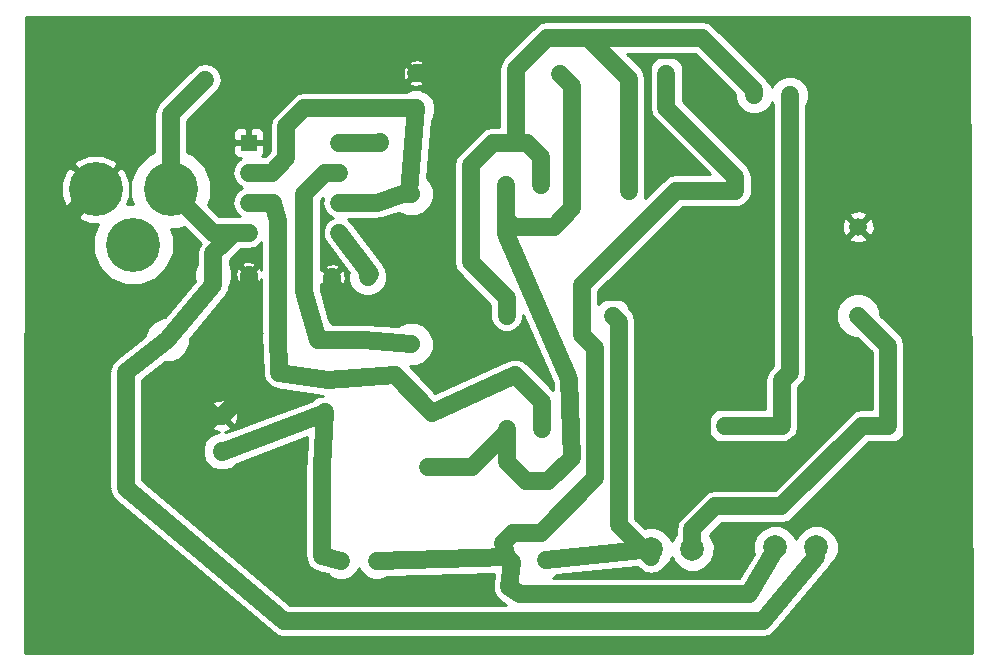
<source format=gbl>
G04 (created by PCBNEW (2013-08-24 BZR 4298)-stable) date Sun 08 Sep 2013 12:24:06 PM PDT*
%MOIN*%
G04 Gerber Fmt 3.4, Leading zero omitted, Abs format*
%FSLAX34Y34*%
G01*
G70*
G90*
G04 APERTURE LIST*
%ADD10C,0.005906*%
%ADD11C,0.078740*%
%ADD12R,0.055000X0.055000*%
%ADD13C,0.055000*%
%ADD14C,0.060000*%
%ADD15C,0.180000*%
%ADD16R,0.039370X0.039370*%
%ADD17C,0.039370*%
%ADD18C,0.059055*%
%ADD19C,0.059055*%
%ADD20C,0.010000*%
G04 APERTURE END LIST*
G54D10*
G54D11*
X53137Y-54912D03*
X51759Y-54912D03*
X55895Y-54846D03*
X57273Y-54846D03*
G54D12*
X38350Y-41350D03*
G54D13*
X38350Y-42350D03*
X38350Y-43350D03*
X38350Y-44350D03*
X41350Y-44350D03*
X41350Y-43350D03*
X41350Y-42350D03*
X41350Y-41350D03*
G54D14*
X43766Y-48072D03*
X43766Y-43062D03*
X35638Y-47924D03*
X40648Y-47924D03*
G54D15*
X35750Y-42900D03*
X33250Y-42900D03*
X34500Y-44750D03*
G54D16*
X59661Y-50785D03*
G54D17*
X56118Y-50785D03*
G54D16*
X54236Y-50785D03*
G54D17*
X50693Y-50785D03*
G54D16*
X50491Y-47120D03*
G54D17*
X46948Y-47120D03*
G54D16*
X51028Y-42950D03*
G54D17*
X54571Y-42950D03*
G54D16*
X52271Y-39050D03*
G54D17*
X48728Y-39050D03*
G54D16*
X44326Y-52170D03*
G54D17*
X40783Y-52170D03*
G54D16*
X40908Y-50358D03*
G54D17*
X44451Y-50358D03*
G54D18*
X58660Y-47116D03*
X58660Y-44163D03*
X56380Y-39760D03*
X55199Y-39760D03*
X48242Y-55264D03*
X47061Y-55264D03*
X48090Y-42750D03*
X46909Y-42750D03*
X42610Y-55286D03*
X41429Y-55286D03*
X46959Y-50900D03*
X48140Y-50900D03*
X37450Y-51640D03*
X37450Y-50459D03*
G54D17*
X43934Y-40212D03*
X43934Y-39031D03*
X37167Y-45752D03*
X38348Y-45752D03*
X42310Y-45830D03*
X41129Y-45830D03*
X32450Y-53768D03*
X38760Y-53640D03*
X36900Y-39250D03*
X42720Y-41340D03*
G54D19*
X54571Y-42950D02*
X52596Y-42950D01*
X46809Y-54690D02*
X46961Y-55164D01*
X47145Y-54355D02*
X46809Y-54690D01*
X48090Y-54355D02*
X47145Y-54355D01*
X49905Y-52539D02*
X48090Y-54355D01*
X49905Y-48211D02*
X49905Y-52539D01*
X49456Y-47762D02*
X49905Y-48211D01*
X49456Y-46090D02*
X49456Y-47762D01*
X52596Y-42950D02*
X49456Y-46090D01*
X46961Y-55164D02*
X47061Y-55264D01*
X52271Y-39050D02*
X52271Y-40193D01*
X54571Y-42493D02*
X54571Y-42950D01*
X52271Y-40193D02*
X54571Y-42493D01*
X55895Y-54846D02*
X55895Y-54919D01*
X47122Y-55324D02*
X47061Y-55264D01*
X47025Y-56170D02*
X47122Y-55324D01*
X47397Y-56400D02*
X47025Y-56170D01*
X55009Y-56400D02*
X47397Y-56400D01*
X55895Y-54919D02*
X55009Y-56400D01*
X42610Y-55286D02*
X46961Y-55164D01*
X46961Y-55164D02*
X47061Y-55264D01*
X50693Y-50785D02*
X50693Y-47321D01*
X50693Y-47321D02*
X50491Y-47120D01*
X51759Y-54912D02*
X51761Y-55181D01*
X50693Y-54113D02*
X50693Y-50785D01*
X51761Y-55181D02*
X50693Y-54113D01*
X48242Y-55264D02*
X51759Y-54912D01*
X53137Y-54912D02*
X53139Y-54241D01*
X58800Y-50785D02*
X59661Y-50785D01*
X56105Y-53480D02*
X58800Y-50785D01*
X53900Y-53480D02*
X56105Y-53480D01*
X53139Y-54241D02*
X53900Y-53480D01*
X59661Y-50785D02*
X59661Y-48118D01*
X59661Y-48118D02*
X58660Y-47116D01*
X32450Y-53768D02*
X32450Y-43700D01*
X32450Y-43700D02*
X33250Y-42900D01*
X37450Y-50459D02*
X36570Y-50459D01*
X32428Y-53746D02*
X32010Y-53746D01*
X32450Y-53768D02*
X32428Y-53746D01*
X36840Y-53640D02*
X38760Y-53640D01*
X35865Y-52665D02*
X36840Y-53640D01*
X35865Y-51165D02*
X35865Y-52665D01*
X36570Y-50459D02*
X35865Y-51165D01*
X43934Y-39031D02*
X44361Y-39031D01*
X41129Y-46321D02*
X41129Y-45830D01*
X41646Y-46838D02*
X41129Y-46321D01*
X43428Y-46838D02*
X41646Y-46838D01*
X44957Y-45308D02*
X43428Y-46838D01*
X44957Y-39627D02*
X44957Y-45308D01*
X44361Y-39031D02*
X44957Y-39627D01*
X38348Y-45752D02*
X38348Y-49560D01*
X38348Y-49560D02*
X37450Y-50459D01*
X41350Y-44350D02*
X42400Y-45740D01*
X42400Y-45740D02*
X42310Y-45830D01*
X46909Y-42750D02*
X46909Y-43915D01*
X49140Y-39461D02*
X48728Y-39050D01*
X49140Y-43540D02*
X49140Y-39461D01*
X48510Y-44170D02*
X49140Y-43540D01*
X47163Y-44170D02*
X48510Y-44170D01*
X46909Y-43915D02*
X47163Y-44170D01*
X46959Y-50900D02*
X46959Y-52014D01*
X46909Y-44409D02*
X46909Y-42750D01*
X49022Y-49245D02*
X46909Y-44409D01*
X49110Y-51855D02*
X49022Y-49245D01*
X48330Y-52635D02*
X49110Y-51855D01*
X47580Y-52635D02*
X48330Y-52635D01*
X46959Y-52014D02*
X47580Y-52635D01*
X46959Y-50900D02*
X46959Y-51006D01*
X45796Y-52170D02*
X44326Y-52170D01*
X46959Y-51006D02*
X45796Y-52170D01*
X41350Y-42350D02*
X40900Y-42350D01*
X40200Y-46348D02*
X40648Y-47924D01*
X40200Y-43050D02*
X40200Y-46348D01*
X40900Y-42350D02*
X40200Y-43050D01*
X40648Y-47924D02*
X42196Y-47938D01*
X42196Y-47938D02*
X43744Y-48050D01*
X43744Y-48050D02*
X43766Y-48072D01*
X56118Y-50785D02*
X56118Y-49281D01*
X56380Y-49019D02*
X56380Y-39760D01*
X56118Y-49281D02*
X56380Y-49019D01*
X54236Y-50785D02*
X56118Y-50785D01*
X40783Y-52170D02*
X40908Y-50340D01*
X40908Y-50340D02*
X40908Y-50358D01*
X41429Y-55286D02*
X41420Y-55286D01*
X40783Y-55133D02*
X40783Y-52170D01*
X41420Y-55286D02*
X40783Y-55133D01*
X40908Y-50358D02*
X37459Y-51650D01*
X37459Y-51650D02*
X37450Y-51640D01*
X55199Y-39760D02*
X55199Y-39599D01*
X53450Y-37850D02*
X49650Y-37850D01*
X55199Y-39599D02*
X53450Y-37850D01*
X51028Y-42950D02*
X51028Y-39228D01*
X47250Y-38900D02*
X47250Y-41370D01*
X48300Y-37850D02*
X47250Y-38900D01*
X49650Y-37850D02*
X48300Y-37850D01*
X51028Y-39228D02*
X49650Y-37850D01*
X48090Y-42750D02*
X48090Y-41825D01*
X46948Y-46528D02*
X46948Y-47120D01*
X45745Y-45325D02*
X46948Y-46528D01*
X45745Y-42105D02*
X45745Y-45325D01*
X46480Y-41370D02*
X45745Y-42105D01*
X47635Y-41370D02*
X47250Y-41370D01*
X47250Y-41370D02*
X46480Y-41370D01*
X48090Y-41825D02*
X47635Y-41370D01*
X43766Y-43062D02*
X43503Y-43062D01*
X42615Y-43350D02*
X41350Y-43350D01*
X43503Y-43062D02*
X42615Y-43350D01*
X43934Y-40212D02*
X43692Y-42988D01*
X43692Y-42988D02*
X43766Y-43062D01*
X38350Y-42350D02*
X39115Y-42350D01*
X40202Y-40212D02*
X43934Y-40212D01*
X39600Y-40815D02*
X40202Y-40212D01*
X39600Y-41865D02*
X39600Y-40815D01*
X39115Y-42350D02*
X39600Y-41865D01*
X44451Y-50358D02*
X47225Y-49095D01*
X48140Y-50010D02*
X48140Y-50900D01*
X47225Y-49095D02*
X48140Y-50010D01*
X38350Y-43350D02*
X39148Y-43350D01*
X43221Y-49095D02*
X44451Y-50358D01*
X40986Y-49280D02*
X43221Y-49095D01*
X39358Y-49016D02*
X40986Y-49280D01*
X39320Y-47692D02*
X39358Y-49016D01*
X39320Y-43952D02*
X39320Y-47692D01*
X39148Y-43350D02*
X39320Y-43952D01*
X57273Y-54846D02*
X57273Y-55155D01*
X34250Y-49008D02*
X35638Y-47924D01*
X34250Y-52850D02*
X34250Y-49008D01*
X39535Y-57295D02*
X34250Y-52850D01*
X55485Y-57295D02*
X39535Y-57295D01*
X57273Y-55155D02*
X55485Y-57295D01*
X41350Y-41350D02*
X42710Y-41350D01*
X35750Y-40400D02*
X35750Y-42900D01*
X36900Y-39250D02*
X35750Y-40400D01*
X42710Y-41350D02*
X42720Y-41340D01*
X37167Y-45752D02*
X37167Y-46090D01*
X37167Y-46090D02*
X35638Y-47924D01*
X37167Y-45752D02*
X37167Y-45046D01*
X37167Y-45046D02*
X37864Y-44350D01*
X35750Y-42900D02*
X35750Y-42950D01*
X37150Y-44350D02*
X37864Y-44350D01*
X37864Y-44350D02*
X38350Y-44350D01*
X35750Y-42950D02*
X37150Y-44350D01*
G54D10*
G36*
X46925Y-56749D02*
X39733Y-56749D01*
X34795Y-52596D01*
X34795Y-49274D01*
X35571Y-48667D01*
X35785Y-48667D01*
X36058Y-48554D01*
X36268Y-48345D01*
X36381Y-48072D01*
X36381Y-47883D01*
X37586Y-46439D01*
X37625Y-46367D01*
X37671Y-46299D01*
X37676Y-46274D01*
X37687Y-46253D01*
X37696Y-46171D01*
X37707Y-46118D01*
X37710Y-46115D01*
X37807Y-45879D01*
X37808Y-45625D01*
X37712Y-45394D01*
X37712Y-45272D01*
X38089Y-44895D01*
X38350Y-44895D01*
X38451Y-44875D01*
X38453Y-44875D01*
X38456Y-44874D01*
X38558Y-44853D01*
X38644Y-44796D01*
X38647Y-44795D01*
X38648Y-44793D01*
X38735Y-44735D01*
X38774Y-44676D01*
X38774Y-45599D01*
X38744Y-45526D01*
X38659Y-45511D01*
X38588Y-45582D01*
X38588Y-45440D01*
X38574Y-45356D01*
X38405Y-45299D01*
X38228Y-45312D01*
X38122Y-45356D01*
X38108Y-45440D01*
X38348Y-45681D01*
X38588Y-45440D01*
X38588Y-45582D01*
X38419Y-45752D01*
X38659Y-45992D01*
X38744Y-45977D01*
X38774Y-45886D01*
X38774Y-47692D01*
X38776Y-47699D01*
X38774Y-47707D01*
X38812Y-49031D01*
X38825Y-49085D01*
X38827Y-49141D01*
X38848Y-49188D01*
X38860Y-49239D01*
X38892Y-49284D01*
X38915Y-49334D01*
X38953Y-49370D01*
X38983Y-49412D01*
X39030Y-49442D01*
X39071Y-49479D01*
X39119Y-49497D01*
X39163Y-49525D01*
X39218Y-49534D01*
X39270Y-49554D01*
X40839Y-49808D01*
X40821Y-49812D01*
X40794Y-49815D01*
X40642Y-49815D01*
X40515Y-49868D01*
X40429Y-49955D01*
X38588Y-50644D01*
X38588Y-46063D01*
X38348Y-45822D01*
X38277Y-45893D01*
X38277Y-45752D01*
X38037Y-45511D01*
X37952Y-45526D01*
X37896Y-45694D01*
X37909Y-45872D01*
X37952Y-45977D01*
X38037Y-45992D01*
X38277Y-45752D01*
X38277Y-45893D01*
X38108Y-46063D01*
X38122Y-46147D01*
X38291Y-46204D01*
X38468Y-46191D01*
X38574Y-46147D01*
X38588Y-46063D01*
X38588Y-50644D01*
X38000Y-50865D01*
X38000Y-50540D01*
X37989Y-50323D01*
X37927Y-50174D01*
X37832Y-50147D01*
X37761Y-50218D01*
X37761Y-50076D01*
X37735Y-49982D01*
X37530Y-49909D01*
X37313Y-49920D01*
X37164Y-49982D01*
X37138Y-50076D01*
X37450Y-50388D01*
X37761Y-50076D01*
X37761Y-50218D01*
X37520Y-50459D01*
X37832Y-50771D01*
X37927Y-50744D01*
X38000Y-50540D01*
X38000Y-50865D01*
X37607Y-51012D01*
X37577Y-51000D01*
X37555Y-51000D01*
X37586Y-50998D01*
X37735Y-50936D01*
X37761Y-50841D01*
X37450Y-50530D01*
X37379Y-50600D01*
X37379Y-50459D01*
X37067Y-50147D01*
X36972Y-50174D01*
X36899Y-50378D01*
X36910Y-50595D01*
X36972Y-50744D01*
X37067Y-50771D01*
X37379Y-50459D01*
X37379Y-50600D01*
X37138Y-50841D01*
X37164Y-50936D01*
X37342Y-50999D01*
X37323Y-50999D01*
X37087Y-51097D01*
X36907Y-51277D01*
X36809Y-51512D01*
X36809Y-51767D01*
X36906Y-52002D01*
X37086Y-52183D01*
X37322Y-52280D01*
X37576Y-52281D01*
X37812Y-52183D01*
X37946Y-52049D01*
X40305Y-51166D01*
X40244Y-52053D01*
X40241Y-52061D01*
X40241Y-52104D01*
X40239Y-52132D01*
X40241Y-52147D01*
X40241Y-52154D01*
X40238Y-52170D01*
X40238Y-55133D01*
X40246Y-55175D01*
X40244Y-55218D01*
X40267Y-55279D01*
X40279Y-55342D01*
X40303Y-55377D01*
X40318Y-55418D01*
X40362Y-55465D01*
X40397Y-55518D01*
X40433Y-55542D01*
X40462Y-55574D01*
X40521Y-55601D01*
X40574Y-55637D01*
X40617Y-55645D01*
X40656Y-55663D01*
X40978Y-55740D01*
X41066Y-55828D01*
X41301Y-55926D01*
X41556Y-55926D01*
X41791Y-55829D01*
X41972Y-55649D01*
X42019Y-55534D01*
X42067Y-55648D01*
X42247Y-55828D01*
X42482Y-55926D01*
X42737Y-55926D01*
X42972Y-55829D01*
X42981Y-55821D01*
X46527Y-55721D01*
X46483Y-56108D01*
X46490Y-56201D01*
X46494Y-56295D01*
X46499Y-56307D01*
X46500Y-56320D01*
X46543Y-56403D01*
X46582Y-56489D01*
X46592Y-56498D01*
X46598Y-56509D01*
X46669Y-56570D01*
X46738Y-56634D01*
X46925Y-56749D01*
X46925Y-56749D01*
G37*
G54D20*
X46925Y-56749D02*
X39733Y-56749D01*
X34795Y-52596D01*
X34795Y-49274D01*
X35571Y-48667D01*
X35785Y-48667D01*
X36058Y-48554D01*
X36268Y-48345D01*
X36381Y-48072D01*
X36381Y-47883D01*
X37586Y-46439D01*
X37625Y-46367D01*
X37671Y-46299D01*
X37676Y-46274D01*
X37687Y-46253D01*
X37696Y-46171D01*
X37707Y-46118D01*
X37710Y-46115D01*
X37807Y-45879D01*
X37808Y-45625D01*
X37712Y-45394D01*
X37712Y-45272D01*
X38089Y-44895D01*
X38350Y-44895D01*
X38451Y-44875D01*
X38453Y-44875D01*
X38456Y-44874D01*
X38558Y-44853D01*
X38644Y-44796D01*
X38647Y-44795D01*
X38648Y-44793D01*
X38735Y-44735D01*
X38774Y-44676D01*
X38774Y-45599D01*
X38744Y-45526D01*
X38659Y-45511D01*
X38588Y-45582D01*
X38588Y-45440D01*
X38574Y-45356D01*
X38405Y-45299D01*
X38228Y-45312D01*
X38122Y-45356D01*
X38108Y-45440D01*
X38348Y-45681D01*
X38588Y-45440D01*
X38588Y-45582D01*
X38419Y-45752D01*
X38659Y-45992D01*
X38744Y-45977D01*
X38774Y-45886D01*
X38774Y-47692D01*
X38776Y-47699D01*
X38774Y-47707D01*
X38812Y-49031D01*
X38825Y-49085D01*
X38827Y-49141D01*
X38848Y-49188D01*
X38860Y-49239D01*
X38892Y-49284D01*
X38915Y-49334D01*
X38953Y-49370D01*
X38983Y-49412D01*
X39030Y-49442D01*
X39071Y-49479D01*
X39119Y-49497D01*
X39163Y-49525D01*
X39218Y-49534D01*
X39270Y-49554D01*
X40839Y-49808D01*
X40821Y-49812D01*
X40794Y-49815D01*
X40642Y-49815D01*
X40515Y-49868D01*
X40429Y-49955D01*
X38588Y-50644D01*
X38588Y-46063D01*
X38348Y-45822D01*
X38277Y-45893D01*
X38277Y-45752D01*
X38037Y-45511D01*
X37952Y-45526D01*
X37896Y-45694D01*
X37909Y-45872D01*
X37952Y-45977D01*
X38037Y-45992D01*
X38277Y-45752D01*
X38277Y-45893D01*
X38108Y-46063D01*
X38122Y-46147D01*
X38291Y-46204D01*
X38468Y-46191D01*
X38574Y-46147D01*
X38588Y-46063D01*
X38588Y-50644D01*
X38000Y-50865D01*
X38000Y-50540D01*
X37989Y-50323D01*
X37927Y-50174D01*
X37832Y-50147D01*
X37761Y-50218D01*
X37761Y-50076D01*
X37735Y-49982D01*
X37530Y-49909D01*
X37313Y-49920D01*
X37164Y-49982D01*
X37138Y-50076D01*
X37450Y-50388D01*
X37761Y-50076D01*
X37761Y-50218D01*
X37520Y-50459D01*
X37832Y-50771D01*
X37927Y-50744D01*
X38000Y-50540D01*
X38000Y-50865D01*
X37607Y-51012D01*
X37577Y-51000D01*
X37555Y-51000D01*
X37586Y-50998D01*
X37735Y-50936D01*
X37761Y-50841D01*
X37450Y-50530D01*
X37379Y-50600D01*
X37379Y-50459D01*
X37067Y-50147D01*
X36972Y-50174D01*
X36899Y-50378D01*
X36910Y-50595D01*
X36972Y-50744D01*
X37067Y-50771D01*
X37379Y-50459D01*
X37379Y-50600D01*
X37138Y-50841D01*
X37164Y-50936D01*
X37342Y-50999D01*
X37323Y-50999D01*
X37087Y-51097D01*
X36907Y-51277D01*
X36809Y-51512D01*
X36809Y-51767D01*
X36906Y-52002D01*
X37086Y-52183D01*
X37322Y-52280D01*
X37576Y-52281D01*
X37812Y-52183D01*
X37946Y-52049D01*
X40305Y-51166D01*
X40244Y-52053D01*
X40241Y-52061D01*
X40241Y-52104D01*
X40239Y-52132D01*
X40241Y-52147D01*
X40241Y-52154D01*
X40238Y-52170D01*
X40238Y-55133D01*
X40246Y-55175D01*
X40244Y-55218D01*
X40267Y-55279D01*
X40279Y-55342D01*
X40303Y-55377D01*
X40318Y-55418D01*
X40362Y-55465D01*
X40397Y-55518D01*
X40433Y-55542D01*
X40462Y-55574D01*
X40521Y-55601D01*
X40574Y-55637D01*
X40617Y-55645D01*
X40656Y-55663D01*
X40978Y-55740D01*
X41066Y-55828D01*
X41301Y-55926D01*
X41556Y-55926D01*
X41791Y-55829D01*
X41972Y-55649D01*
X42019Y-55534D01*
X42067Y-55648D01*
X42247Y-55828D01*
X42482Y-55926D01*
X42737Y-55926D01*
X42972Y-55829D01*
X42981Y-55821D01*
X46527Y-55721D01*
X46483Y-56108D01*
X46490Y-56201D01*
X46494Y-56295D01*
X46499Y-56307D01*
X46500Y-56320D01*
X46543Y-56403D01*
X46582Y-56489D01*
X46592Y-56498D01*
X46598Y-56509D01*
X46669Y-56570D01*
X46738Y-56634D01*
X46925Y-56749D01*
G54D10*
G36*
X62449Y-58350D02*
X60206Y-58350D01*
X60206Y-50785D01*
X60206Y-48118D01*
X60165Y-47909D01*
X60165Y-47909D01*
X60047Y-47732D01*
X59399Y-47084D01*
X59399Y-46970D01*
X59286Y-46698D01*
X59210Y-46621D01*
X59210Y-44244D01*
X59199Y-44027D01*
X59137Y-43878D01*
X59042Y-43851D01*
X58971Y-43922D01*
X58971Y-43781D01*
X58945Y-43686D01*
X58740Y-43613D01*
X58523Y-43624D01*
X58374Y-43686D01*
X58348Y-43781D01*
X58660Y-44092D01*
X58971Y-43781D01*
X58971Y-43922D01*
X58730Y-44163D01*
X59042Y-44475D01*
X59137Y-44448D01*
X59210Y-44244D01*
X59210Y-46621D01*
X59079Y-46490D01*
X58971Y-46445D01*
X58971Y-44546D01*
X58660Y-44234D01*
X58589Y-44305D01*
X58589Y-44163D01*
X58277Y-43851D01*
X58182Y-43878D01*
X58109Y-44082D01*
X58120Y-44299D01*
X58182Y-44448D01*
X58277Y-44475D01*
X58589Y-44163D01*
X58589Y-44305D01*
X58348Y-44546D01*
X58374Y-44640D01*
X58579Y-44713D01*
X58796Y-44702D01*
X58945Y-44640D01*
X58971Y-44546D01*
X58971Y-46445D01*
X58807Y-46377D01*
X58513Y-46377D01*
X58241Y-46489D01*
X58033Y-46697D01*
X57921Y-46968D01*
X57920Y-47262D01*
X58033Y-47534D01*
X58240Y-47742D01*
X58512Y-47855D01*
X58627Y-47855D01*
X59116Y-48343D01*
X59116Y-50239D01*
X58800Y-50239D01*
X58591Y-50281D01*
X58414Y-50399D01*
X55879Y-52934D01*
X53900Y-52934D01*
X53691Y-52976D01*
X53514Y-53094D01*
X52753Y-53855D01*
X52694Y-53943D01*
X52635Y-54030D01*
X52635Y-54031D01*
X52635Y-54032D01*
X52614Y-54135D01*
X52593Y-54239D01*
X52593Y-54410D01*
X52510Y-54492D01*
X52447Y-54644D01*
X52385Y-54493D01*
X52178Y-54285D01*
X51906Y-54173D01*
X51612Y-54172D01*
X51549Y-54198D01*
X51238Y-53887D01*
X51238Y-50785D01*
X51238Y-47321D01*
X51197Y-47113D01*
X51197Y-47113D01*
X51078Y-46936D01*
X51033Y-46890D01*
X51033Y-46854D01*
X50981Y-46727D01*
X50884Y-46630D01*
X50757Y-46577D01*
X50619Y-46577D01*
X50507Y-46577D01*
X50491Y-46574D01*
X50475Y-46577D01*
X50226Y-46577D01*
X50099Y-46630D01*
X50002Y-46727D01*
X50001Y-46729D01*
X50001Y-46315D01*
X52821Y-43495D01*
X54571Y-43495D01*
X54587Y-43492D01*
X54679Y-43492D01*
X54764Y-43456D01*
X54780Y-43453D01*
X54793Y-43444D01*
X54878Y-43409D01*
X54943Y-43344D01*
X54957Y-43335D01*
X54966Y-43322D01*
X55030Y-43257D01*
X55066Y-43172D01*
X55075Y-43158D01*
X55078Y-43142D01*
X55113Y-43058D01*
X55113Y-42965D01*
X55116Y-42950D01*
X55116Y-42493D01*
X55075Y-42284D01*
X55075Y-42284D01*
X54957Y-42108D01*
X52816Y-39967D01*
X52816Y-39050D01*
X52813Y-39034D01*
X52813Y-38784D01*
X52761Y-38657D01*
X52664Y-38560D01*
X52537Y-38507D01*
X52399Y-38507D01*
X52287Y-38507D01*
X52271Y-38504D01*
X52255Y-38507D01*
X52006Y-38507D01*
X51879Y-38560D01*
X51782Y-38657D01*
X51729Y-38784D01*
X51729Y-38921D01*
X51729Y-39034D01*
X51726Y-39050D01*
X51726Y-40193D01*
X51767Y-40402D01*
X51886Y-40579D01*
X53711Y-42404D01*
X52596Y-42404D01*
X52387Y-42446D01*
X52210Y-42564D01*
X51570Y-43204D01*
X51570Y-43078D01*
X51570Y-42965D01*
X51573Y-42950D01*
X51573Y-39228D01*
X51532Y-39019D01*
X51532Y-39019D01*
X51413Y-38842D01*
X50966Y-38395D01*
X53224Y-38395D01*
X54558Y-39730D01*
X54558Y-39886D01*
X54656Y-40122D01*
X54836Y-40302D01*
X55071Y-40400D01*
X55326Y-40400D01*
X55561Y-40303D01*
X55742Y-40123D01*
X55789Y-40008D01*
X55835Y-40117D01*
X55835Y-48793D01*
X55732Y-48896D01*
X55614Y-49072D01*
X55573Y-49281D01*
X55573Y-50239D01*
X54236Y-50239D01*
X54220Y-50242D01*
X53971Y-50242D01*
X53844Y-50295D01*
X53747Y-50392D01*
X53694Y-50519D01*
X53694Y-50656D01*
X53694Y-50769D01*
X53691Y-50785D01*
X53694Y-50800D01*
X53694Y-51050D01*
X53747Y-51177D01*
X53844Y-51274D01*
X53971Y-51327D01*
X54108Y-51327D01*
X54220Y-51327D01*
X54236Y-51330D01*
X56118Y-51330D01*
X56134Y-51327D01*
X56225Y-51327D01*
X56311Y-51291D01*
X56327Y-51288D01*
X56340Y-51279D01*
X56425Y-51244D01*
X56490Y-51179D01*
X56503Y-51170D01*
X56512Y-51157D01*
X56577Y-51092D01*
X56613Y-51007D01*
X56622Y-50993D01*
X56625Y-50977D01*
X56660Y-50893D01*
X56660Y-50800D01*
X56663Y-50785D01*
X56663Y-49507D01*
X56766Y-49405D01*
X56884Y-49228D01*
X56884Y-49228D01*
X56925Y-49019D01*
X56925Y-40117D01*
X57020Y-39887D01*
X57021Y-39633D01*
X56923Y-39397D01*
X56743Y-39217D01*
X56508Y-39119D01*
X56253Y-39119D01*
X56018Y-39216D01*
X55837Y-39396D01*
X55790Y-39511D01*
X55742Y-39397D01*
X55636Y-39291D01*
X55636Y-39291D01*
X55585Y-39213D01*
X53835Y-37464D01*
X53658Y-37346D01*
X53450Y-37304D01*
X49650Y-37304D01*
X48300Y-37304D01*
X48091Y-37346D01*
X47914Y-37464D01*
X46864Y-38514D01*
X46746Y-38691D01*
X46704Y-38900D01*
X46704Y-40824D01*
X46480Y-40824D01*
X46271Y-40866D01*
X46094Y-40984D01*
X45359Y-41719D01*
X45241Y-41896D01*
X45199Y-42105D01*
X45199Y-45325D01*
X45241Y-45533D01*
X45359Y-45710D01*
X46403Y-46754D01*
X46403Y-47120D01*
X46406Y-47135D01*
X46406Y-47227D01*
X46441Y-47312D01*
X46444Y-47328D01*
X46453Y-47342D01*
X46488Y-47426D01*
X46553Y-47492D01*
X46562Y-47505D01*
X46576Y-47514D01*
X46640Y-47579D01*
X46726Y-47614D01*
X46739Y-47623D01*
X46755Y-47626D01*
X46840Y-47662D01*
X46932Y-47662D01*
X46948Y-47665D01*
X46964Y-47662D01*
X47055Y-47662D01*
X47141Y-47626D01*
X47157Y-47623D01*
X47170Y-47614D01*
X47255Y-47579D01*
X47320Y-47514D01*
X47333Y-47505D01*
X47342Y-47492D01*
X47407Y-47427D01*
X47443Y-47342D01*
X47452Y-47328D01*
X47455Y-47312D01*
X47490Y-47228D01*
X47490Y-47135D01*
X47493Y-47120D01*
X47493Y-47108D01*
X48481Y-49368D01*
X48488Y-49587D01*
X47610Y-48709D01*
X47602Y-48704D01*
X47596Y-48696D01*
X47514Y-48645D01*
X47433Y-48591D01*
X47424Y-48589D01*
X47416Y-48584D01*
X47320Y-48568D01*
X47225Y-48549D01*
X47215Y-48551D01*
X47206Y-48550D01*
X47111Y-48572D01*
X47016Y-48591D01*
X47008Y-48596D01*
X46999Y-48598D01*
X44574Y-49702D01*
X43710Y-48815D01*
X43913Y-48815D01*
X44186Y-48702D01*
X44396Y-48493D01*
X44509Y-48220D01*
X44509Y-47924D01*
X44396Y-47651D01*
X44187Y-47441D01*
X43914Y-47328D01*
X43618Y-47328D01*
X43345Y-47441D01*
X43314Y-47472D01*
X42235Y-47394D01*
X42218Y-47396D01*
X42200Y-47392D01*
X41581Y-47387D01*
X41581Y-45887D01*
X41568Y-45709D01*
X41525Y-45604D01*
X41440Y-45589D01*
X41369Y-45660D01*
X41369Y-45518D01*
X41355Y-45434D01*
X41186Y-45377D01*
X41009Y-45390D01*
X40903Y-45434D01*
X40889Y-45518D01*
X41129Y-45759D01*
X41369Y-45518D01*
X41369Y-45660D01*
X41200Y-45830D01*
X41440Y-46070D01*
X41525Y-46055D01*
X41581Y-45887D01*
X41581Y-47387D01*
X41369Y-47385D01*
X41369Y-46141D01*
X41129Y-45900D01*
X40889Y-46141D01*
X40903Y-46225D01*
X41072Y-46282D01*
X41249Y-46269D01*
X41355Y-46225D01*
X41369Y-46141D01*
X41369Y-47385D01*
X41159Y-47383D01*
X41069Y-47293D01*
X41031Y-47277D01*
X40745Y-46272D01*
X40745Y-46057D01*
X40818Y-46070D01*
X41058Y-45830D01*
X40818Y-45589D01*
X40745Y-45602D01*
X40745Y-43275D01*
X40837Y-43183D01*
X40826Y-43242D01*
X40825Y-43245D01*
X40825Y-43247D01*
X40804Y-43350D01*
X40824Y-43451D01*
X40824Y-43453D01*
X40825Y-43456D01*
X40846Y-43558D01*
X40903Y-43644D01*
X40904Y-43647D01*
X40906Y-43648D01*
X40964Y-43735D01*
X41050Y-43793D01*
X41052Y-43794D01*
X41054Y-43795D01*
X41141Y-43853D01*
X41145Y-43854D01*
X41021Y-43914D01*
X40879Y-44073D01*
X40809Y-44274D01*
X40822Y-44487D01*
X40914Y-44678D01*
X41676Y-45687D01*
X41670Y-45702D01*
X41669Y-45956D01*
X41767Y-46192D01*
X41947Y-46372D01*
X42182Y-46470D01*
X42437Y-46470D01*
X42672Y-46373D01*
X42853Y-46193D01*
X42950Y-45957D01*
X42951Y-45703D01*
X42930Y-45653D01*
X42927Y-45603D01*
X42911Y-45569D01*
X42903Y-45531D01*
X42865Y-45474D01*
X42835Y-45411D01*
X41785Y-44021D01*
X41643Y-43895D01*
X42615Y-43895D01*
X42698Y-43878D01*
X42783Y-43868D01*
X43340Y-43688D01*
X43344Y-43692D01*
X43617Y-43805D01*
X43913Y-43805D01*
X44186Y-43692D01*
X44396Y-43483D01*
X44509Y-43210D01*
X44509Y-42914D01*
X44396Y-42641D01*
X44279Y-42524D01*
X44447Y-40605D01*
X44476Y-40575D01*
X44574Y-40340D01*
X44574Y-40085D01*
X44477Y-39850D01*
X44386Y-39758D01*
X44386Y-39088D01*
X44373Y-38911D01*
X44329Y-38805D01*
X44245Y-38791D01*
X44174Y-38861D01*
X44174Y-38720D01*
X44159Y-38635D01*
X43991Y-38579D01*
X43813Y-38591D01*
X43708Y-38635D01*
X43693Y-38720D01*
X43934Y-38960D01*
X44174Y-38720D01*
X44174Y-38861D01*
X44004Y-39031D01*
X44245Y-39271D01*
X44329Y-39257D01*
X44386Y-39088D01*
X44386Y-39758D01*
X44297Y-39669D01*
X44174Y-39618D01*
X44174Y-39342D01*
X43934Y-39102D01*
X43863Y-39172D01*
X43863Y-39031D01*
X43622Y-38791D01*
X43538Y-38805D01*
X43481Y-38974D01*
X43494Y-39151D01*
X43538Y-39257D01*
X43622Y-39271D01*
X43863Y-39031D01*
X43863Y-39172D01*
X43693Y-39342D01*
X43708Y-39427D01*
X43876Y-39483D01*
X44054Y-39470D01*
X44159Y-39427D01*
X44174Y-39342D01*
X44174Y-39618D01*
X44061Y-39572D01*
X43807Y-39571D01*
X43576Y-39667D01*
X40202Y-39667D01*
X39993Y-39708D01*
X39816Y-39826D01*
X39214Y-40429D01*
X39096Y-40606D01*
X39054Y-40815D01*
X39054Y-41639D01*
X38889Y-41804D01*
X38798Y-41804D01*
X38836Y-41766D01*
X38875Y-41674D01*
X38875Y-41462D01*
X38875Y-41237D01*
X38875Y-41025D01*
X38836Y-40933D01*
X38766Y-40863D01*
X38674Y-40825D01*
X38575Y-40825D01*
X38462Y-40825D01*
X38400Y-40887D01*
X38400Y-41300D01*
X38812Y-41300D01*
X38875Y-41237D01*
X38875Y-41462D01*
X38812Y-41400D01*
X38400Y-41400D01*
X38400Y-41407D01*
X38300Y-41407D01*
X38300Y-41400D01*
X38300Y-41300D01*
X38300Y-40887D01*
X38237Y-40825D01*
X38124Y-40825D01*
X38025Y-40825D01*
X37933Y-40863D01*
X37863Y-40933D01*
X37825Y-41025D01*
X37825Y-41237D01*
X37887Y-41300D01*
X38300Y-41300D01*
X38300Y-41400D01*
X37887Y-41400D01*
X37825Y-41462D01*
X37825Y-41674D01*
X37863Y-41766D01*
X37933Y-41836D01*
X38025Y-41875D01*
X38098Y-41875D01*
X38055Y-41903D01*
X38053Y-41904D01*
X38051Y-41906D01*
X37964Y-41964D01*
X37906Y-42050D01*
X37905Y-42052D01*
X37904Y-42054D01*
X37846Y-42141D01*
X37826Y-42242D01*
X37825Y-42245D01*
X37825Y-42247D01*
X37804Y-42350D01*
X37824Y-42451D01*
X37824Y-42453D01*
X37825Y-42456D01*
X37846Y-42558D01*
X37903Y-42644D01*
X37904Y-42647D01*
X37906Y-42648D01*
X37964Y-42735D01*
X38050Y-42793D01*
X38052Y-42794D01*
X38054Y-42795D01*
X38135Y-42850D01*
X38055Y-42903D01*
X38053Y-42904D01*
X38051Y-42906D01*
X37964Y-42964D01*
X37906Y-43050D01*
X37905Y-43052D01*
X37904Y-43054D01*
X37846Y-43141D01*
X37826Y-43242D01*
X37825Y-43245D01*
X37825Y-43247D01*
X37804Y-43350D01*
X37824Y-43451D01*
X37824Y-43453D01*
X37825Y-43456D01*
X37846Y-43558D01*
X37903Y-43644D01*
X37904Y-43647D01*
X37906Y-43648D01*
X37964Y-43735D01*
X38050Y-43793D01*
X38052Y-43794D01*
X38054Y-43795D01*
X38067Y-43804D01*
X37864Y-43804D01*
X37375Y-43804D01*
X36989Y-43418D01*
X37093Y-43168D01*
X37093Y-42633D01*
X36889Y-42139D01*
X36512Y-41761D01*
X36295Y-41671D01*
X36295Y-40625D01*
X37285Y-39635D01*
X37403Y-39458D01*
X37445Y-39250D01*
X37403Y-39041D01*
X37285Y-38864D01*
X37108Y-38746D01*
X36900Y-38704D01*
X36691Y-38746D01*
X36514Y-38864D01*
X35364Y-40014D01*
X35246Y-40191D01*
X35204Y-40400D01*
X35204Y-41671D01*
X34989Y-41760D01*
X34611Y-42137D01*
X34406Y-42631D01*
X34406Y-43166D01*
X34505Y-43406D01*
X34285Y-43406D01*
X34400Y-43124D01*
X34399Y-42667D01*
X34227Y-42251D01*
X34069Y-42151D01*
X33998Y-42221D01*
X33998Y-42080D01*
X33898Y-41922D01*
X33474Y-41749D01*
X33017Y-41750D01*
X32601Y-41922D01*
X32501Y-42080D01*
X33250Y-42829D01*
X33998Y-42080D01*
X33998Y-42221D01*
X33320Y-42900D01*
X33326Y-42905D01*
X33255Y-42976D01*
X33250Y-42970D01*
X33179Y-43041D01*
X33179Y-42900D01*
X32430Y-42151D01*
X32272Y-42251D01*
X32099Y-42675D01*
X32100Y-43132D01*
X32272Y-43548D01*
X32430Y-43648D01*
X33179Y-42900D01*
X33179Y-43041D01*
X32501Y-43719D01*
X32601Y-43877D01*
X33025Y-44050D01*
X33335Y-44049D01*
X33156Y-44481D01*
X33156Y-45016D01*
X33360Y-45510D01*
X33737Y-45888D01*
X34231Y-46093D01*
X34766Y-46093D01*
X35260Y-45889D01*
X35638Y-45512D01*
X35843Y-45018D01*
X35843Y-44483D01*
X35744Y-44243D01*
X36016Y-44243D01*
X36197Y-44168D01*
X36745Y-44716D01*
X36663Y-44837D01*
X36622Y-45046D01*
X36622Y-45394D01*
X36527Y-45624D01*
X36526Y-45878D01*
X36562Y-45964D01*
X35548Y-47180D01*
X35490Y-47180D01*
X35217Y-47293D01*
X35007Y-47502D01*
X34894Y-47775D01*
X34894Y-47812D01*
X33914Y-48578D01*
X33892Y-48603D01*
X33864Y-48622D01*
X33823Y-48683D01*
X33775Y-48739D01*
X33764Y-48771D01*
X33746Y-48799D01*
X33731Y-48871D01*
X33708Y-48941D01*
X33711Y-48974D01*
X33704Y-49008D01*
X33704Y-52850D01*
X33709Y-52873D01*
X33706Y-52896D01*
X33729Y-52976D01*
X33746Y-53058D01*
X33759Y-53078D01*
X33766Y-53101D01*
X33818Y-53166D01*
X33864Y-53235D01*
X33884Y-53248D01*
X33899Y-53267D01*
X39184Y-57712D01*
X39257Y-57752D01*
X39326Y-57798D01*
X39349Y-57803D01*
X39370Y-57814D01*
X39453Y-57824D01*
X39535Y-57840D01*
X55485Y-57840D01*
X55509Y-57835D01*
X55533Y-57838D01*
X55612Y-57814D01*
X55693Y-57798D01*
X55714Y-57785D01*
X55737Y-57778D01*
X55802Y-57726D01*
X55870Y-57680D01*
X55884Y-57660D01*
X55903Y-57644D01*
X57691Y-55504D01*
X57730Y-55433D01*
X57899Y-55265D01*
X58011Y-54993D01*
X58012Y-54699D01*
X57899Y-54427D01*
X57692Y-54219D01*
X57420Y-54107D01*
X57126Y-54106D01*
X56854Y-54219D01*
X56646Y-54426D01*
X56583Y-54578D01*
X56521Y-54427D01*
X56314Y-54219D01*
X56042Y-54107D01*
X55748Y-54106D01*
X55476Y-54219D01*
X55268Y-54426D01*
X55156Y-54698D01*
X55155Y-54992D01*
X55180Y-55051D01*
X54699Y-55854D01*
X48490Y-55854D01*
X48604Y-55807D01*
X48640Y-55772D01*
X51307Y-55505D01*
X51339Y-55538D01*
X51352Y-55543D01*
X51375Y-55566D01*
X51377Y-55567D01*
X51378Y-55569D01*
X51465Y-55626D01*
X51552Y-55684D01*
X51554Y-55685D01*
X51556Y-55686D01*
X51658Y-55705D01*
X51761Y-55726D01*
X51763Y-55725D01*
X51765Y-55726D01*
X51867Y-55705D01*
X51969Y-55684D01*
X51971Y-55683D01*
X51973Y-55683D01*
X52059Y-55624D01*
X52146Y-55566D01*
X52147Y-55564D01*
X52149Y-55563D01*
X52161Y-55545D01*
X52177Y-55538D01*
X52385Y-55331D01*
X52448Y-55179D01*
X52510Y-55330D01*
X52717Y-55538D01*
X52989Y-55650D01*
X53283Y-55651D01*
X53555Y-55538D01*
X53763Y-55331D01*
X53875Y-55059D01*
X53876Y-54765D01*
X53763Y-54493D01*
X53710Y-54440D01*
X54125Y-54025D01*
X56105Y-54025D01*
X56313Y-53983D01*
X56313Y-53983D01*
X56490Y-53865D01*
X59025Y-51330D01*
X59661Y-51330D01*
X59677Y-51327D01*
X59927Y-51327D01*
X60054Y-51274D01*
X60151Y-51177D01*
X60203Y-51050D01*
X60203Y-50913D01*
X60203Y-50800D01*
X60206Y-50785D01*
X60206Y-58350D01*
X30900Y-58350D01*
X30929Y-37170D01*
X62350Y-37170D01*
X62449Y-58350D01*
X62449Y-58350D01*
G37*
G54D20*
X62449Y-58350D02*
X60206Y-58350D01*
X60206Y-50785D01*
X60206Y-48118D01*
X60165Y-47909D01*
X60165Y-47909D01*
X60047Y-47732D01*
X59399Y-47084D01*
X59399Y-46970D01*
X59286Y-46698D01*
X59210Y-46621D01*
X59210Y-44244D01*
X59199Y-44027D01*
X59137Y-43878D01*
X59042Y-43851D01*
X58971Y-43922D01*
X58971Y-43781D01*
X58945Y-43686D01*
X58740Y-43613D01*
X58523Y-43624D01*
X58374Y-43686D01*
X58348Y-43781D01*
X58660Y-44092D01*
X58971Y-43781D01*
X58971Y-43922D01*
X58730Y-44163D01*
X59042Y-44475D01*
X59137Y-44448D01*
X59210Y-44244D01*
X59210Y-46621D01*
X59079Y-46490D01*
X58971Y-46445D01*
X58971Y-44546D01*
X58660Y-44234D01*
X58589Y-44305D01*
X58589Y-44163D01*
X58277Y-43851D01*
X58182Y-43878D01*
X58109Y-44082D01*
X58120Y-44299D01*
X58182Y-44448D01*
X58277Y-44475D01*
X58589Y-44163D01*
X58589Y-44305D01*
X58348Y-44546D01*
X58374Y-44640D01*
X58579Y-44713D01*
X58796Y-44702D01*
X58945Y-44640D01*
X58971Y-44546D01*
X58971Y-46445D01*
X58807Y-46377D01*
X58513Y-46377D01*
X58241Y-46489D01*
X58033Y-46697D01*
X57921Y-46968D01*
X57920Y-47262D01*
X58033Y-47534D01*
X58240Y-47742D01*
X58512Y-47855D01*
X58627Y-47855D01*
X59116Y-48343D01*
X59116Y-50239D01*
X58800Y-50239D01*
X58591Y-50281D01*
X58414Y-50399D01*
X55879Y-52934D01*
X53900Y-52934D01*
X53691Y-52976D01*
X53514Y-53094D01*
X52753Y-53855D01*
X52694Y-53943D01*
X52635Y-54030D01*
X52635Y-54031D01*
X52635Y-54032D01*
X52614Y-54135D01*
X52593Y-54239D01*
X52593Y-54410D01*
X52510Y-54492D01*
X52447Y-54644D01*
X52385Y-54493D01*
X52178Y-54285D01*
X51906Y-54173D01*
X51612Y-54172D01*
X51549Y-54198D01*
X51238Y-53887D01*
X51238Y-50785D01*
X51238Y-47321D01*
X51197Y-47113D01*
X51197Y-47113D01*
X51078Y-46936D01*
X51033Y-46890D01*
X51033Y-46854D01*
X50981Y-46727D01*
X50884Y-46630D01*
X50757Y-46577D01*
X50619Y-46577D01*
X50507Y-46577D01*
X50491Y-46574D01*
X50475Y-46577D01*
X50226Y-46577D01*
X50099Y-46630D01*
X50002Y-46727D01*
X50001Y-46729D01*
X50001Y-46315D01*
X52821Y-43495D01*
X54571Y-43495D01*
X54587Y-43492D01*
X54679Y-43492D01*
X54764Y-43456D01*
X54780Y-43453D01*
X54793Y-43444D01*
X54878Y-43409D01*
X54943Y-43344D01*
X54957Y-43335D01*
X54966Y-43322D01*
X55030Y-43257D01*
X55066Y-43172D01*
X55075Y-43158D01*
X55078Y-43142D01*
X55113Y-43058D01*
X55113Y-42965D01*
X55116Y-42950D01*
X55116Y-42493D01*
X55075Y-42284D01*
X55075Y-42284D01*
X54957Y-42108D01*
X52816Y-39967D01*
X52816Y-39050D01*
X52813Y-39034D01*
X52813Y-38784D01*
X52761Y-38657D01*
X52664Y-38560D01*
X52537Y-38507D01*
X52399Y-38507D01*
X52287Y-38507D01*
X52271Y-38504D01*
X52255Y-38507D01*
X52006Y-38507D01*
X51879Y-38560D01*
X51782Y-38657D01*
X51729Y-38784D01*
X51729Y-38921D01*
X51729Y-39034D01*
X51726Y-39050D01*
X51726Y-40193D01*
X51767Y-40402D01*
X51886Y-40579D01*
X53711Y-42404D01*
X52596Y-42404D01*
X52387Y-42446D01*
X52210Y-42564D01*
X51570Y-43204D01*
X51570Y-43078D01*
X51570Y-42965D01*
X51573Y-42950D01*
X51573Y-39228D01*
X51532Y-39019D01*
X51532Y-39019D01*
X51413Y-38842D01*
X50966Y-38395D01*
X53224Y-38395D01*
X54558Y-39730D01*
X54558Y-39886D01*
X54656Y-40122D01*
X54836Y-40302D01*
X55071Y-40400D01*
X55326Y-40400D01*
X55561Y-40303D01*
X55742Y-40123D01*
X55789Y-40008D01*
X55835Y-40117D01*
X55835Y-48793D01*
X55732Y-48896D01*
X55614Y-49072D01*
X55573Y-49281D01*
X55573Y-50239D01*
X54236Y-50239D01*
X54220Y-50242D01*
X53971Y-50242D01*
X53844Y-50295D01*
X53747Y-50392D01*
X53694Y-50519D01*
X53694Y-50656D01*
X53694Y-50769D01*
X53691Y-50785D01*
X53694Y-50800D01*
X53694Y-51050D01*
X53747Y-51177D01*
X53844Y-51274D01*
X53971Y-51327D01*
X54108Y-51327D01*
X54220Y-51327D01*
X54236Y-51330D01*
X56118Y-51330D01*
X56134Y-51327D01*
X56225Y-51327D01*
X56311Y-51291D01*
X56327Y-51288D01*
X56340Y-51279D01*
X56425Y-51244D01*
X56490Y-51179D01*
X56503Y-51170D01*
X56512Y-51157D01*
X56577Y-51092D01*
X56613Y-51007D01*
X56622Y-50993D01*
X56625Y-50977D01*
X56660Y-50893D01*
X56660Y-50800D01*
X56663Y-50785D01*
X56663Y-49507D01*
X56766Y-49405D01*
X56884Y-49228D01*
X56884Y-49228D01*
X56925Y-49019D01*
X56925Y-40117D01*
X57020Y-39887D01*
X57021Y-39633D01*
X56923Y-39397D01*
X56743Y-39217D01*
X56508Y-39119D01*
X56253Y-39119D01*
X56018Y-39216D01*
X55837Y-39396D01*
X55790Y-39511D01*
X55742Y-39397D01*
X55636Y-39291D01*
X55636Y-39291D01*
X55585Y-39213D01*
X53835Y-37464D01*
X53658Y-37346D01*
X53450Y-37304D01*
X49650Y-37304D01*
X48300Y-37304D01*
X48091Y-37346D01*
X47914Y-37464D01*
X46864Y-38514D01*
X46746Y-38691D01*
X46704Y-38900D01*
X46704Y-40824D01*
X46480Y-40824D01*
X46271Y-40866D01*
X46094Y-40984D01*
X45359Y-41719D01*
X45241Y-41896D01*
X45199Y-42105D01*
X45199Y-45325D01*
X45241Y-45533D01*
X45359Y-45710D01*
X46403Y-46754D01*
X46403Y-47120D01*
X46406Y-47135D01*
X46406Y-47227D01*
X46441Y-47312D01*
X46444Y-47328D01*
X46453Y-47342D01*
X46488Y-47426D01*
X46553Y-47492D01*
X46562Y-47505D01*
X46576Y-47514D01*
X46640Y-47579D01*
X46726Y-47614D01*
X46739Y-47623D01*
X46755Y-47626D01*
X46840Y-47662D01*
X46932Y-47662D01*
X46948Y-47665D01*
X46964Y-47662D01*
X47055Y-47662D01*
X47141Y-47626D01*
X47157Y-47623D01*
X47170Y-47614D01*
X47255Y-47579D01*
X47320Y-47514D01*
X47333Y-47505D01*
X47342Y-47492D01*
X47407Y-47427D01*
X47443Y-47342D01*
X47452Y-47328D01*
X47455Y-47312D01*
X47490Y-47228D01*
X47490Y-47135D01*
X47493Y-47120D01*
X47493Y-47108D01*
X48481Y-49368D01*
X48488Y-49587D01*
X47610Y-48709D01*
X47602Y-48704D01*
X47596Y-48696D01*
X47514Y-48645D01*
X47433Y-48591D01*
X47424Y-48589D01*
X47416Y-48584D01*
X47320Y-48568D01*
X47225Y-48549D01*
X47215Y-48551D01*
X47206Y-48550D01*
X47111Y-48572D01*
X47016Y-48591D01*
X47008Y-48596D01*
X46999Y-48598D01*
X44574Y-49702D01*
X43710Y-48815D01*
X43913Y-48815D01*
X44186Y-48702D01*
X44396Y-48493D01*
X44509Y-48220D01*
X44509Y-47924D01*
X44396Y-47651D01*
X44187Y-47441D01*
X43914Y-47328D01*
X43618Y-47328D01*
X43345Y-47441D01*
X43314Y-47472D01*
X42235Y-47394D01*
X42218Y-47396D01*
X42200Y-47392D01*
X41581Y-47387D01*
X41581Y-45887D01*
X41568Y-45709D01*
X41525Y-45604D01*
X41440Y-45589D01*
X41369Y-45660D01*
X41369Y-45518D01*
X41355Y-45434D01*
X41186Y-45377D01*
X41009Y-45390D01*
X40903Y-45434D01*
X40889Y-45518D01*
X41129Y-45759D01*
X41369Y-45518D01*
X41369Y-45660D01*
X41200Y-45830D01*
X41440Y-46070D01*
X41525Y-46055D01*
X41581Y-45887D01*
X41581Y-47387D01*
X41369Y-47385D01*
X41369Y-46141D01*
X41129Y-45900D01*
X40889Y-46141D01*
X40903Y-46225D01*
X41072Y-46282D01*
X41249Y-46269D01*
X41355Y-46225D01*
X41369Y-46141D01*
X41369Y-47385D01*
X41159Y-47383D01*
X41069Y-47293D01*
X41031Y-47277D01*
X40745Y-46272D01*
X40745Y-46057D01*
X40818Y-46070D01*
X41058Y-45830D01*
X40818Y-45589D01*
X40745Y-45602D01*
X40745Y-43275D01*
X40837Y-43183D01*
X40826Y-43242D01*
X40825Y-43245D01*
X40825Y-43247D01*
X40804Y-43350D01*
X40824Y-43451D01*
X40824Y-43453D01*
X40825Y-43456D01*
X40846Y-43558D01*
X40903Y-43644D01*
X40904Y-43647D01*
X40906Y-43648D01*
X40964Y-43735D01*
X41050Y-43793D01*
X41052Y-43794D01*
X41054Y-43795D01*
X41141Y-43853D01*
X41145Y-43854D01*
X41021Y-43914D01*
X40879Y-44073D01*
X40809Y-44274D01*
X40822Y-44487D01*
X40914Y-44678D01*
X41676Y-45687D01*
X41670Y-45702D01*
X41669Y-45956D01*
X41767Y-46192D01*
X41947Y-46372D01*
X42182Y-46470D01*
X42437Y-46470D01*
X42672Y-46373D01*
X42853Y-46193D01*
X42950Y-45957D01*
X42951Y-45703D01*
X42930Y-45653D01*
X42927Y-45603D01*
X42911Y-45569D01*
X42903Y-45531D01*
X42865Y-45474D01*
X42835Y-45411D01*
X41785Y-44021D01*
X41643Y-43895D01*
X42615Y-43895D01*
X42698Y-43878D01*
X42783Y-43868D01*
X43340Y-43688D01*
X43344Y-43692D01*
X43617Y-43805D01*
X43913Y-43805D01*
X44186Y-43692D01*
X44396Y-43483D01*
X44509Y-43210D01*
X44509Y-42914D01*
X44396Y-42641D01*
X44279Y-42524D01*
X44447Y-40605D01*
X44476Y-40575D01*
X44574Y-40340D01*
X44574Y-40085D01*
X44477Y-39850D01*
X44386Y-39758D01*
X44386Y-39088D01*
X44373Y-38911D01*
X44329Y-38805D01*
X44245Y-38791D01*
X44174Y-38861D01*
X44174Y-38720D01*
X44159Y-38635D01*
X43991Y-38579D01*
X43813Y-38591D01*
X43708Y-38635D01*
X43693Y-38720D01*
X43934Y-38960D01*
X44174Y-38720D01*
X44174Y-38861D01*
X44004Y-39031D01*
X44245Y-39271D01*
X44329Y-39257D01*
X44386Y-39088D01*
X44386Y-39758D01*
X44297Y-39669D01*
X44174Y-39618D01*
X44174Y-39342D01*
X43934Y-39102D01*
X43863Y-39172D01*
X43863Y-39031D01*
X43622Y-38791D01*
X43538Y-38805D01*
X43481Y-38974D01*
X43494Y-39151D01*
X43538Y-39257D01*
X43622Y-39271D01*
X43863Y-39031D01*
X43863Y-39172D01*
X43693Y-39342D01*
X43708Y-39427D01*
X43876Y-39483D01*
X44054Y-39470D01*
X44159Y-39427D01*
X44174Y-39342D01*
X44174Y-39618D01*
X44061Y-39572D01*
X43807Y-39571D01*
X43576Y-39667D01*
X40202Y-39667D01*
X39993Y-39708D01*
X39816Y-39826D01*
X39214Y-40429D01*
X39096Y-40606D01*
X39054Y-40815D01*
X39054Y-41639D01*
X38889Y-41804D01*
X38798Y-41804D01*
X38836Y-41766D01*
X38875Y-41674D01*
X38875Y-41462D01*
X38875Y-41237D01*
X38875Y-41025D01*
X38836Y-40933D01*
X38766Y-40863D01*
X38674Y-40825D01*
X38575Y-40825D01*
X38462Y-40825D01*
X38400Y-40887D01*
X38400Y-41300D01*
X38812Y-41300D01*
X38875Y-41237D01*
X38875Y-41462D01*
X38812Y-41400D01*
X38400Y-41400D01*
X38400Y-41407D01*
X38300Y-41407D01*
X38300Y-41400D01*
X38300Y-41300D01*
X38300Y-40887D01*
X38237Y-40825D01*
X38124Y-40825D01*
X38025Y-40825D01*
X37933Y-40863D01*
X37863Y-40933D01*
X37825Y-41025D01*
X37825Y-41237D01*
X37887Y-41300D01*
X38300Y-41300D01*
X38300Y-41400D01*
X37887Y-41400D01*
X37825Y-41462D01*
X37825Y-41674D01*
X37863Y-41766D01*
X37933Y-41836D01*
X38025Y-41875D01*
X38098Y-41875D01*
X38055Y-41903D01*
X38053Y-41904D01*
X38051Y-41906D01*
X37964Y-41964D01*
X37906Y-42050D01*
X37905Y-42052D01*
X37904Y-42054D01*
X37846Y-42141D01*
X37826Y-42242D01*
X37825Y-42245D01*
X37825Y-42247D01*
X37804Y-42350D01*
X37824Y-42451D01*
X37824Y-42453D01*
X37825Y-42456D01*
X37846Y-42558D01*
X37903Y-42644D01*
X37904Y-42647D01*
X37906Y-42648D01*
X37964Y-42735D01*
X38050Y-42793D01*
X38052Y-42794D01*
X38054Y-42795D01*
X38135Y-42850D01*
X38055Y-42903D01*
X38053Y-42904D01*
X38051Y-42906D01*
X37964Y-42964D01*
X37906Y-43050D01*
X37905Y-43052D01*
X37904Y-43054D01*
X37846Y-43141D01*
X37826Y-43242D01*
X37825Y-43245D01*
X37825Y-43247D01*
X37804Y-43350D01*
X37824Y-43451D01*
X37824Y-43453D01*
X37825Y-43456D01*
X37846Y-43558D01*
X37903Y-43644D01*
X37904Y-43647D01*
X37906Y-43648D01*
X37964Y-43735D01*
X38050Y-43793D01*
X38052Y-43794D01*
X38054Y-43795D01*
X38067Y-43804D01*
X37864Y-43804D01*
X37375Y-43804D01*
X36989Y-43418D01*
X37093Y-43168D01*
X37093Y-42633D01*
X36889Y-42139D01*
X36512Y-41761D01*
X36295Y-41671D01*
X36295Y-40625D01*
X37285Y-39635D01*
X37403Y-39458D01*
X37445Y-39250D01*
X37403Y-39041D01*
X37285Y-38864D01*
X37108Y-38746D01*
X36900Y-38704D01*
X36691Y-38746D01*
X36514Y-38864D01*
X35364Y-40014D01*
X35246Y-40191D01*
X35204Y-40400D01*
X35204Y-41671D01*
X34989Y-41760D01*
X34611Y-42137D01*
X34406Y-42631D01*
X34406Y-43166D01*
X34505Y-43406D01*
X34285Y-43406D01*
X34400Y-43124D01*
X34399Y-42667D01*
X34227Y-42251D01*
X34069Y-42151D01*
X33998Y-42221D01*
X33998Y-42080D01*
X33898Y-41922D01*
X33474Y-41749D01*
X33017Y-41750D01*
X32601Y-41922D01*
X32501Y-42080D01*
X33250Y-42829D01*
X33998Y-42080D01*
X33998Y-42221D01*
X33320Y-42900D01*
X33326Y-42905D01*
X33255Y-42976D01*
X33250Y-42970D01*
X33179Y-43041D01*
X33179Y-42900D01*
X32430Y-42151D01*
X32272Y-42251D01*
X32099Y-42675D01*
X32100Y-43132D01*
X32272Y-43548D01*
X32430Y-43648D01*
X33179Y-42900D01*
X33179Y-43041D01*
X32501Y-43719D01*
X32601Y-43877D01*
X33025Y-44050D01*
X33335Y-44049D01*
X33156Y-44481D01*
X33156Y-45016D01*
X33360Y-45510D01*
X33737Y-45888D01*
X34231Y-46093D01*
X34766Y-46093D01*
X35260Y-45889D01*
X35638Y-45512D01*
X35843Y-45018D01*
X35843Y-44483D01*
X35744Y-44243D01*
X36016Y-44243D01*
X36197Y-44168D01*
X36745Y-44716D01*
X36663Y-44837D01*
X36622Y-45046D01*
X36622Y-45394D01*
X36527Y-45624D01*
X36526Y-45878D01*
X36562Y-45964D01*
X35548Y-47180D01*
X35490Y-47180D01*
X35217Y-47293D01*
X35007Y-47502D01*
X34894Y-47775D01*
X34894Y-47812D01*
X33914Y-48578D01*
X33892Y-48603D01*
X33864Y-48622D01*
X33823Y-48683D01*
X33775Y-48739D01*
X33764Y-48771D01*
X33746Y-48799D01*
X33731Y-48871D01*
X33708Y-48941D01*
X33711Y-48974D01*
X33704Y-49008D01*
X33704Y-52850D01*
X33709Y-52873D01*
X33706Y-52896D01*
X33729Y-52976D01*
X33746Y-53058D01*
X33759Y-53078D01*
X33766Y-53101D01*
X33818Y-53166D01*
X33864Y-53235D01*
X33884Y-53248D01*
X33899Y-53267D01*
X39184Y-57712D01*
X39257Y-57752D01*
X39326Y-57798D01*
X39349Y-57803D01*
X39370Y-57814D01*
X39453Y-57824D01*
X39535Y-57840D01*
X55485Y-57840D01*
X55509Y-57835D01*
X55533Y-57838D01*
X55612Y-57814D01*
X55693Y-57798D01*
X55714Y-57785D01*
X55737Y-57778D01*
X55802Y-57726D01*
X55870Y-57680D01*
X55884Y-57660D01*
X55903Y-57644D01*
X57691Y-55504D01*
X57730Y-55433D01*
X57899Y-55265D01*
X58011Y-54993D01*
X58012Y-54699D01*
X57899Y-54427D01*
X57692Y-54219D01*
X57420Y-54107D01*
X57126Y-54106D01*
X56854Y-54219D01*
X56646Y-54426D01*
X56583Y-54578D01*
X56521Y-54427D01*
X56314Y-54219D01*
X56042Y-54107D01*
X55748Y-54106D01*
X55476Y-54219D01*
X55268Y-54426D01*
X55156Y-54698D01*
X55155Y-54992D01*
X55180Y-55051D01*
X54699Y-55854D01*
X48490Y-55854D01*
X48604Y-55807D01*
X48640Y-55772D01*
X51307Y-55505D01*
X51339Y-55538D01*
X51352Y-55543D01*
X51375Y-55566D01*
X51377Y-55567D01*
X51378Y-55569D01*
X51465Y-55626D01*
X51552Y-55684D01*
X51554Y-55685D01*
X51556Y-55686D01*
X51658Y-55705D01*
X51761Y-55726D01*
X51763Y-55725D01*
X51765Y-55726D01*
X51867Y-55705D01*
X51969Y-55684D01*
X51971Y-55683D01*
X51973Y-55683D01*
X52059Y-55624D01*
X52146Y-55566D01*
X52147Y-55564D01*
X52149Y-55563D01*
X52161Y-55545D01*
X52177Y-55538D01*
X52385Y-55331D01*
X52448Y-55179D01*
X52510Y-55330D01*
X52717Y-55538D01*
X52989Y-55650D01*
X53283Y-55651D01*
X53555Y-55538D01*
X53763Y-55331D01*
X53875Y-55059D01*
X53876Y-54765D01*
X53763Y-54493D01*
X53710Y-54440D01*
X54125Y-54025D01*
X56105Y-54025D01*
X56313Y-53983D01*
X56313Y-53983D01*
X56490Y-53865D01*
X59025Y-51330D01*
X59661Y-51330D01*
X59677Y-51327D01*
X59927Y-51327D01*
X60054Y-51274D01*
X60151Y-51177D01*
X60203Y-51050D01*
X60203Y-50913D01*
X60203Y-50800D01*
X60206Y-50785D01*
X60206Y-58350D01*
X30900Y-58350D01*
X30929Y-37170D01*
X62350Y-37170D01*
X62449Y-58350D01*
M02*

</source>
